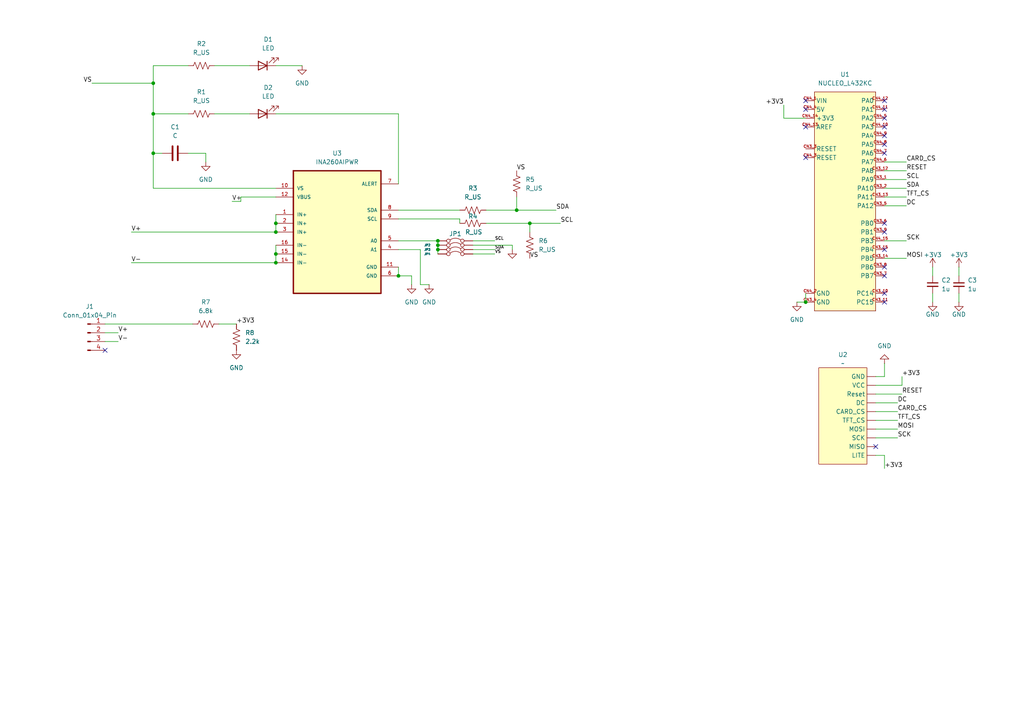
<source format=kicad_sch>
(kicad_sch (version 20231120) (generator "eeschema") (generator_version "8.0")
  (paper "A4")
  (lib_symbols
    (symbol "Connector:Conn_01x04_Pin" (pin_names (offset 1.016) hide)
      (property "Reference" "J" (at 0 5.08 0))
      (property "Value" "Conn_01x04_Pin" (at 0 -7.62 0))
      (symbol "Conn_01x04_Pin_1_1"
        (polyline (pts (xy 1.27 -5.08) (xy 0.8636 -5.08)) (stroke (width 0.1524)))
        (polyline (pts (xy 1.27 -2.54) (xy 0.8636 -2.54)) (stroke (width 0.1524)))
        (polyline (pts (xy 1.27 0) (xy 0.8636 0)) (stroke (width 0.1524)))
        (polyline (pts (xy 1.27 2.54) (xy 0.8636 2.54)) (stroke (width 0.1524)))
        (rectangle (start 0.8636 -4.953) (end 0 -5.207) (stroke (width 0.1524)) (fill (type outline)))
        (rectangle (start 0.8636 -2.413) (end 0 -2.667) (stroke (width 0.1524)) (fill (type outline)))
        (rectangle (start 0.8636 0.127) (end 0 -0.127) (stroke (width 0.1524)) (fill (type outline)))
        (rectangle (start 0.8636 2.667) (end 0 2.413) (stroke (width 0.1524)) (fill (type outline)))
        (pin passive line (at 5.08 2.54 180) (length 3.81) (name "Pin_1") (number "1"))
        (pin passive line (at 5.08 0 180) (length 3.81) (name "Pin_2") (number "2"))
        (pin passive line (at 5.08 -2.54 180) (length 3.81) (name "Pin_3") (number "3"))
        (pin passive line (at 5.08 -5.08 180) (length 3.81) (name "Pin_4") (number "4"))
      )
    )
    (symbol "Device:C" (pin_numbers hide) (pin_names (offset 0.254))
      (property "Reference" "C" (at 0.635 2.54 0))
      (property "Value" "C" (at 0.635 -2.54 0))
      (symbol "C_0_1"
        (polyline (pts (xy -2.032 -0.762) (xy 2.032 -0.762)) (stroke (width 0.508)))
        (polyline (pts (xy -2.032 0.762) (xy 2.032 0.762)) (stroke (width 0.508)))
      )
      (symbol "C_1_1"
        (pin passive line (at 0 3.81 270) (length 2.794) (name "~") (number "1"))
        (pin passive line (at 0 -3.81 90) (length 2.794) (name "~") (number "2"))
      )
    )
    (symbol "Device:C_Small" (pin_numbers hide) (pin_names (offset 0.254) hide)
      (property "Reference" "C" (at 0.254 1.778 0))
      (property "Value" "C_Small" (at 0.254 -2.032 0))
      (symbol "C_Small_0_1"
        (polyline (pts (xy -1.524 -0.508) (xy 1.524 -0.508)) (stroke (width 0.3302)))
        (polyline (pts (xy -1.524 0.508) (xy 1.524 0.508)) (stroke (width 0.3048)))
      )
      (symbol "C_Small_1_1"
        (pin passive line (at 0 2.54 270) (length 2.032) (name "~") (number "1"))
        (pin passive line (at 0 -2.54 90) (length 2.032) (name "~") (number "2"))
      )
    )
    (symbol "Device:LED" (pin_numbers hide) (pin_names (offset 1.016) hide)
      (property "Reference" "D" (at 0 2.54 0))
      (property "Value" "LED" (at 0 -2.54 0))
      (symbol "LED_0_1"
        (polyline (pts (xy -1.27 -1.27) (xy -1.27 1.27)) (stroke (width 0.254)))
        (polyline (pts (xy -1.27 0) (xy 1.27 0)))
        (polyline (pts (xy 1.27 -1.27) (xy 1.27 1.27) (xy -1.27 0) (xy 1.27 -1.27)) (stroke (width 0.254)))
        (polyline (pts (xy -3.048 -0.762) (xy -4.572 -2.286) (xy -3.81 -2.286) (xy -4.572 -2.286) (xy -4.572 -1.524)))
        (polyline (pts (xy -1.778 -0.762) (xy -3.302 -2.286) (xy -2.54 -2.286) (xy -3.302 -2.286) (xy -3.302 -1.524)))
      )
      (symbol "LED_1_1"
        (pin passive line (at -3.81 0 0) (length 2.54) (name "K") (number "1"))
        (pin passive line (at 3.81 0 180) (length 2.54) (name "A") (number "2"))
      )
    )
    (symbol "Device:R_US" (pin_numbers hide) (pin_names (offset 0))
      (property "Reference" "R" (at 2.54 0 90))
      (property "Value" "R_US" (at -2.54 0 90))
      (symbol "R_US_0_1"
        (polyline (pts (xy 0 -2.286) (xy 0 -2.54)))
        (polyline (pts (xy 0 2.286) (xy 0 2.54)))
        (polyline (pts (xy 0 -0.762) (xy 1.016 -1.143) (xy 0 -1.524) (xy -1.016 -1.905) (xy 0 -2.286)))
        (polyline (pts (xy 0 0.762) (xy 1.016 0.381) (xy 0 0) (xy -1.016 -0.381) (xy 0 -0.762)))
        (polyline (pts (xy 0 2.286) (xy 1.016 1.905) (xy 0 1.524) (xy -1.016 1.143) (xy 0 0.762)))
      )
      (symbol "R_US_1_1"
        (pin passive line (at 0 3.81 270) (length 1.27) (name "~") (number "1"))
        (pin passive line (at 0 -3.81 90) (length 1.27) (name "~") (number "2"))
      )
    )
    (symbol "Imported:INA260AIPWR" (pin_names (offset 1.016))
      (property "Reference" "U" (at -12.7 18.78 0))
      (property "Value" "INA260AIPWR" (at -12.7 -21.78 0))
      (symbol "INA260AIPWR_0_0"
        (rectangle (start -12.7 -17.78) (end 12.7 17.78) (stroke (width 0.41)) (fill (type background)))
        (pin input line (at -17.78 5.08 0) (length 5.08) (name "IN+") (number "1"))
        (pin power_in line (at -17.78 12.7 0) (length 5.08) (name "VS") (number "10"))
        (pin power_in line (at 17.78 -10.16 180) (length 5.08) (name "GND") (number "11"))
        (pin input line (at -17.78 10.16 0) (length 5.08) (name "VBUS") (number "12"))
        (pin input line (at -17.78 -8.89 0) (length 5.08) (name "IN-") (number "14"))
        (pin input line (at -17.78 -6.35 0) (length 5.08) (name "IN-") (number "15"))
        (pin input line (at -17.78 -3.81 0) (length 5.08) (name "IN-") (number "16"))
        (pin input line (at -17.78 2.54 0) (length 5.08) (name "IN+") (number "2"))
        (pin input line (at -17.78 0 0) (length 5.08) (name "IN+") (number "3"))
        (pin input line (at 17.78 -5.08 180) (length 5.08) (name "A1") (number "4"))
        (pin input line (at 17.78 -2.54 180) (length 5.08) (name "A0") (number "5"))
        (pin power_in line (at 17.78 -12.7 180) (length 5.08) (name "GND") (number "6"))
        (pin output line (at 17.78 13.97 180) (length 5.08) (name "ALERT") (number "7"))
        (pin bidirectional line (at 17.78 6.35 180) (length 5.08) (name "SDA") (number "8"))
        (pin input line (at 17.78 3.81 180) (length 5.08) (name "SCL") (number "9"))
      )
    )
    (symbol "Imported:stm7735"
      (property "Reference" "U" (at 0 0 0))
      (symbol "stm7735_0_1"
        (rectangle (start 0 0) (end 13.97 -27.94) (fill (type background)))
      )
      (symbol "stm7735_1_1"
        (pin input line (at 16.51 -12.7 180) (length 2.54) (name "CARD_CS") (number ""))
        (pin input line (at 16.51 -10.16 180) (length 2.54) (name "DC") (number ""))
        (pin input line (at 16.51 -2.54 180) (length 2.54) (name "GND") (number ""))
        (pin input line (at 16.51 -25.4 180) (length 2.54) (name "LITE") (number ""))
        (pin input line (at 16.51 -22.86 180) (length 2.54) (name "MISO") (number ""))
        (pin input line (at 16.51 -17.78 180) (length 2.54) (name "MOSI") (number ""))
        (pin input line (at 16.51 -7.62 180) (length 2.54) (name "Reset") (number ""))
        (pin input line (at 16.51 -20.32 180) (length 2.54) (name "SCK") (number ""))
        (pin input line (at 16.51 -15.24 180) (length 2.54) (name "TFT_CS") (number ""))
        (pin input line (at 16.51 -5.08 180) (length 2.54) (name "VCC") (number ""))
      )
    )
    (symbol "Jumper:Jumper_2_Bridged" (pin_numbers hide) (pin_names (offset 0) hide) (exclude_from_sim yes)
      (property "Reference" "JP" (at 0 1.905 0))
      (property "Value" "Jumper_2_Bridged" (at 0 -2.54 0))
      (symbol "Jumper_2_Bridged_0_0"
        (circle (center -2.032 0) (radius 0.508))
        (circle (center 2.032 0) (radius 0.508))
      )
      (symbol "Jumper_2_Bridged_0_1"
        (arc (start 1.524 0.254) (mid 0 0.762) (end -1.524 0.254))
      )
      (symbol "Jumper_2_Bridged_1_1"
        (pin passive line (at -5.08 0 0) (length 2.54) (name "A") (number "1"))
        (pin passive line (at 5.08 0 180) (length 2.54) (name "B") (number "2"))
      )
    )
    (symbol "Power-Mon:NUCLEO_L43KC"
      (property "Reference" "U" (at -8.382 32.766 0))
      (property "Value" "NUCLEO_L432KC" (at 2.54 32.766 0))
      (symbol "NUCLEO_L43KC_1_0"
        (pin unspecified line (at 11.43 6.35 180) (length 2.54) (name "PA9") (number "CN3_1"))
        (pin unspecified line (at 11.43 -26.67 180) (length 2.54) (name "PC14") (number "CN3_10"))
        (pin unspecified line (at 11.43 -29.21 180) (length 2.54) (name "PC15") (number "CN3_11"))
        (pin unspecified line (at 11.43 8.89 180) (length 2.54) (name "PA8") (number "CN3_12"))
        (pin unspecified line (at 11.43 1.27 180) (length 2.54) (name "PA11") (number "CN3_13"))
        (pin unspecified line (at 11.43 -16.51 180) (length 2.54) (name "PB5") (number "CN3_14"))
        (pin unspecified line (at 11.43 -13.97 180) (length 2.54) (name "PB4") (number "CN3_15"))
        (pin unspecified line (at 11.43 3.81 180) (length 2.54) (name "PA10") (number "CN3_2"))
        (pin unspecified line (at -11.43 15.24 0) (length 2.54) (name "RESET") (number "CN3_3"))
        (pin unspecified line (at -11.43 -29.21 0) (length 2.54) (name "GND") (number "CN3_4"))
        (pin unspecified line (at 11.43 -1.27 180) (length 2.54) (name "PA12") (number "CN3_5"))
        (pin unspecified line (at 11.43 -6.35 180) (length 2.54) (name "PB0") (number "CN3_6"))
        (pin unspecified line (at 11.43 -21.59 180) (length 2.54) (name "PB7") (number "CN3_7"))
        (pin unspecified line (at 11.43 -19.05 180) (length 2.54) (name "PB6") (number "CN3_8"))
        (pin unspecified line (at 11.43 -8.89 180) (length 2.54) (name "PB1") (number "CN3_9"))
        (pin unspecified line (at -11.43 29.21 0) (length 2.54) (name "VIN") (number "CN4_1"))
        (pin unspecified line (at 11.43 21.59 180) (length 2.54) (name "PA3") (number "CN4_10"))
        (pin unspecified line (at 11.43 26.67 180) (length 2.54) (name "PA1") (number "CN4_11"))
        (pin unspecified line (at 11.43 29.21 180) (length 2.54) (name "PA0") (number "CN4_12"))
        (pin unspecified line (at -11.43 21.59 0) (length 2.54) (name "AREF") (number "CN4_13"))
        (pin unspecified line (at -11.43 24.13 0) (length 2.54) (name "+3V3") (number "CN4_14"))
        (pin unspecified line (at 11.43 -11.43 180) (length 2.54) (name "PB3") (number "CN4_15"))
        (pin unspecified line (at -11.43 -26.67 0) (length 2.54) (name "GND") (number "CN4_2"))
        (pin unspecified line (at -11.43 12.7 0) (length 2.54) (name "RESET") (number "CN4_3"))
        (pin unspecified line (at -11.43 26.67 0) (length 2.54) (name "5V") (number "CN4_4"))
        (pin unspecified line (at 11.43 24.13 180) (length 2.54) (name "PA2") (number "CN4_5"))
        (pin unspecified line (at 11.43 11.43 180) (length 2.54) (name "PA7") (number "CN4_6"))
        (pin unspecified line (at 11.43 13.97 180) (length 2.54) (name "PA6") (number "CN4_7"))
        (pin unspecified line (at 11.43 16.51 180) (length 2.54) (name "PA5") (number "CN4_8"))
        (pin unspecified line (at 11.43 19.05 180) (length 2.54) (name "PA4") (number "CN4_9"))
      )
      (symbol "NUCLEO_L43KC_1_1"
        (rectangle (start -8.89 31.75) (end 8.89 -31.75) (fill (type background)))
      )
    )
    (symbol "power:+3V3" (power) (pin_numbers hide) (pin_names (offset 0) hide)
      (property "Value" "+3V3" (at 0 3.556 0))
      (symbol "+3V3_0_1"
        (polyline (pts (xy -0.762 1.27) (xy 0 2.54)))
        (polyline (pts (xy 0 0) (xy 0 2.54)))
        (polyline (pts (xy 0 2.54) (xy 0.762 1.27)))
      )
      (symbol "+3V3_1_1"
        (pin power_in line (at 0 0 90) (length 0) (name "~") (number "1"))
      )
    )
    (symbol "power:GND" (power) (pin_numbers hide) (pin_names (offset 0) hide)
      (property "Value" "GND" (at 0 -3.81 0))
      (symbol "GND_0_1"
        (polyline (pts (xy 0 0) (xy 0 -1.27) (xy 1.27 -1.27) (xy 0 -2.54) (xy -1.27 -1.27) (xy 0 -1.27)))
      )
      (symbol "GND_1_1"
        (pin power_in line (at 0 0 270) (length 0) (name "~") (number "1"))
      )
    )
  )
  (junction (at 127 72.39))
  (junction (at 80.01 73.66))
  (junction (at 80.01 76.2))
  (junction (at 80.01 67.31))
  (junction (at 80.01 64.77))
  (junction (at 44.45 44.45))
  (junction (at 153.67 64.77))
  (junction (at 149.86 60.96))
  (junction (at 44.45 24.13))
  (junction (at 233.68 87.63))
  (junction (at 44.45 33.02))
  (junction (at 127 69.85))
  (junction (at 127 71.12))
  (junction (at 115.57 80.01))
  (no_connect (at 256.54 29.21))
  (no_connect (at 233.68 45.72))
  (no_connect (at 256.54 72.39))
  (no_connect (at 233.68 29.21))
  (no_connect (at 233.68 31.75))
  (no_connect (at 256.54 41.91))
  (no_connect (at 30.48 101.6))
  (no_connect (at 256.54 64.77))
  (no_connect (at 254 129.54))
  (no_connect (at 256.54 85.09))
  (no_connect (at 233.68 36.83))
  (no_connect (at 256.54 67.31))
  (no_connect (at 256.54 44.45))
  (no_connect (at 256.54 77.47))
  (no_connect (at 256.54 31.75))
  (no_connect (at 256.54 34.29))
  (no_connect (at 256.54 39.37))
  (no_connect (at 256.54 80.01))
  (no_connect (at 256.54 36.83))
  (no_connect (at 256.54 87.63))
  (wire (pts (xy 44.45 44.45) (xy 44.45 54.61)))
  (wire (pts (xy 80.01 73.66) (xy 80.01 76.2)))
  (wire (pts (xy 121.92 82.55) (xy 124.46 82.55)))
  (wire (pts (xy 256.54 57.15) (xy 262.89 57.15)))
  (wire (pts (xy 44.45 19.05) (xy 44.45 24.13)))
  (wire (pts (xy 59.69 46.99) (xy 59.69 44.45)))
  (wire (pts (xy 115.57 80.01) (xy 119.38 80.01)))
  (wire (pts (xy 44.45 33.02) (xy 54.61 33.02)))
  (wire (pts (xy 261.62 109.22) (xy 261.62 111.76)))
  (wire (pts (xy 59.69 44.45) (xy 54.61 44.45)))
  (wire (pts (xy 254 109.22) (xy 256.54 109.22)))
  (wire (pts (xy 227.33 30.48) (xy 227.33 34.29)))
  (wire (pts (xy 278.13 85.09) (xy 278.13 87.63)))
  (wire (pts (xy 63.5 93.98) (xy 68.58 93.98)))
  (wire (pts (xy 256.54 74.93) (xy 262.89 74.93)))
  (wire (pts (xy 44.45 44.45) (xy 46.99 44.45)))
  (wire (pts (xy 256.54 46.99) (xy 262.89 46.99)))
  (wire (pts (xy 256.54 49.53) (xy 262.89 49.53)))
  (wire (pts (xy 148.59 71.12) (xy 148.59 72.39)))
  (wire (pts (xy 153.67 64.77) (xy 153.67 67.31)))
  (wire (pts (xy 256.54 132.08) (xy 256.54 135.89)))
  (wire (pts (xy 119.38 80.01) (xy 119.38 82.55)))
  (wire (pts (xy 231.14 87.63) (xy 233.68 87.63)))
  (wire (pts (xy 38.1 76.2) (xy 80.01 76.2)))
  (wire (pts (xy 80.01 19.05) (xy 87.63 19.05)))
  (wire (pts (xy 233.68 34.29) (xy 227.33 34.29)))
  (wire (pts (xy 80.01 54.61) (xy 44.45 54.61)))
  (wire (pts (xy 115.57 63.5) (xy 133.35 63.5)))
  (wire (pts (xy 38.1 67.31) (xy 80.01 67.31)))
  (wire (pts (xy 149.86 57.15) (xy 149.86 60.96)))
  (wire (pts (xy 149.86 60.96) (xy 161.29 60.96)))
  (wire (pts (xy 44.45 24.13) (xy 44.45 33.02)))
  (wire (pts (xy 256.54 52.07) (xy 262.89 52.07)))
  (wire (pts (xy 127 69.85) (xy 127 71.12)))
  (wire (pts (xy 256.54 69.85) (xy 262.89 69.85)))
  (wire (pts (xy 256.54 105.41) (xy 256.54 109.22)))
  (wire (pts (xy 115.57 77.47) (xy 115.57 80.01)))
  (wire (pts (xy 254 119.38) (xy 260.35 119.38)))
  (wire (pts (xy 137.16 71.12) (xy 148.59 71.12)))
  (wire (pts (xy 80.01 64.77) (xy 80.01 67.31)))
  (wire (pts (xy 233.68 85.09) (xy 233.68 87.63)))
  (wire (pts (xy 80.01 57.15) (xy 69.85 57.15)))
  (wire (pts (xy 133.35 63.5) (xy 133.35 64.77)))
  (wire (pts (xy 80.01 62.23) (xy 80.01 64.77)))
  (wire (pts (xy 62.23 33.02) (xy 72.39 33.02)))
  (wire (pts (xy 127 71.12) (xy 127 72.39)))
  (wire (pts (xy 254 116.84) (xy 260.35 116.84)))
  (wire (pts (xy 30.48 99.06) (xy 34.29 99.06)))
  (wire (pts (xy 80.01 71.12) (xy 80.01 73.66)))
  (wire (pts (xy 115.57 69.85) (xy 127 69.85)))
  (wire (pts (xy 44.45 19.05) (xy 54.61 19.05)))
  (wire (pts (xy 256.54 59.69) (xy 262.89 59.69)))
  (wire (pts (xy 115.57 60.96) (xy 133.35 60.96)))
  (wire (pts (xy 137.16 73.66) (xy 143.51 73.66)))
  (wire (pts (xy 254 127) (xy 260.35 127)))
  (wire (pts (xy 278.13 77.47) (xy 278.13 80.01)))
  (wire (pts (xy 254 132.08) (xy 256.54 132.08)))
  (wire (pts (xy 26.67 24.13) (xy 44.45 24.13)))
  (wire (pts (xy 254 111.76) (xy 261.62 111.76)))
  (wire (pts (xy 270.51 77.47) (xy 270.51 80.01)))
  (wire (pts (xy 30.48 96.52) (xy 34.29 96.52)))
  (wire (pts (xy 69.85 57.15) (xy 69.85 58.42)))
  (wire (pts (xy 127 72.39) (xy 127 73.66)))
  (wire (pts (xy 270.51 85.09) (xy 270.51 87.63)))
  (wire (pts (xy 67.31 58.42) (xy 69.85 58.42)))
  (wire (pts (xy 256.54 54.61) (xy 262.89 54.61)))
  (wire (pts (xy 115.57 33.02) (xy 115.57 53.34)))
  (wire (pts (xy 80.01 33.02) (xy 115.57 33.02)))
  (wire (pts (xy 62.23 19.05) (xy 72.39 19.05)))
  (wire (pts (xy 254 124.46) (xy 260.35 124.46)))
  (wire (pts (xy 140.97 60.96) (xy 149.86 60.96)))
  (wire (pts (xy 140.97 64.77) (xy 153.67 64.77)))
  (wire (pts (xy 115.57 72.39) (xy 121.92 72.39)))
  (wire (pts (xy 137.16 69.85) (xy 143.51 69.85)))
  (wire (pts (xy 254 114.3) (xy 261.62 114.3)))
  (wire (pts (xy 30.48 93.98) (xy 55.88 93.98)))
  (wire (pts (xy 137.16 72.39) (xy 143.51 72.39)))
  (wire (pts (xy 153.67 64.77) (xy 162.56 64.77)))
  (wire (pts (xy 121.92 72.39) (xy 121.92 82.55)))
  (wire (pts (xy 254 121.92) (xy 260.35 121.92)))
  (wire (pts (xy 44.45 33.02) (xy 44.45 44.45)))
  (label "SCK" (at 260.35 127 0))
  (label "CARD_CS" (at 260.35 119.38 0))
  (label "CARD_CS" (at 262.89 46.99 0))
  (label "VS" (at 153.67 74.93 0))
  (label "MOSI" (at 262.89 74.93 0))
  (label "SDA" (at 143.51 72.39 0) (effects (font (size 0.889 0.889))))
  (label "SDA" (at 262.89 54.61 0))
  (label "+3V3" (at 256.54 135.89 0))
  (label "+3V3" (at 261.62 109.22 0))
  (label "+3V3" (at 227.33 30.48 180))
  (label "SCL" (at 143.51 69.85 0) (effects (font (size 0.889 0.889))))
  (label "V+" (at 67.31 58.42 0))
  (label "SDA" (at 161.29 60.96 0))
  (label "V+" (at 38.1 67.31 0))
  (label "V+" (at 34.29 96.52 0))
  (label "VS" (at 149.86 49.53 0))
  (label "SCL" (at 162.56 64.77 0))
  (label "TFT_CS" (at 260.35 121.92 0))
  (label "VS" (at 26.67 24.13 180))
  (label "RESET" (at 262.89 49.53 0))
  (label "TFT_CS" (at 262.89 57.15 0))
  (label "RESET" (at 261.62 114.3 0))
  (label "V-" (at 34.29 99.06 0))
  (label "+3V3" (at 68.58 93.98 0))
  (label "VS" (at 143.51 73.66 0) (effects (font (size 0.889 0.889))))
  (label "DC" (at 260.35 116.84 0))
  (label "SCL" (at 262.89 52.07 0))
  (label "DC" (at 262.89 59.69 0))
  (label "SCK" (at 262.89 69.85 0))
  (label "V-" (at 38.1 76.2 0))
  (label "MOSI" (at 260.35 124.46 0))
  (symbol (lib_id "Device:R_US") (at 153.67 71.12 0) (unit 1)
    (property "Reference" "R6" (at 156.21 69.8499 0) (effects (justify left)))
    (property "Value" "R_US" (at 156.21 72.3899 0) (effects (justify left)))
    (property "Description" "Resistor, US symbol" (effects (hide yes)))
  )
  (symbol (lib_id "Device:LED") (at 76.2 19.05 180) (unit 1)
    (property "Reference" "D1" (at 77.7875 11.43 0))
    (property "Value" "LED" (at 77.7875 13.97 0))
    (property "Description" "Light emitting diode" (effects (hide yes)))
  )
  (symbol (lib_id "Imported:stm7735") (at 237.49 106.68 0) (unit 1)
    (property "Reference" "U2" (at 244.475 102.87 0))
    (property "Value" "~" (at 244.475 105.41 0))
  )
  (symbol (lib_id "power:GND") (at 231.14 87.63 0) (unit 1)
    (property "Reference" "#PWR07" (effects (hide yes)))
    (property "Value" "GND" (at 231.14 92.71 0))
    (property "Description" "Power symbol creates a global label with name \"GND\" , ground" (effects (hide yes)))
  )
  (symbol (lib_id "Imported:INA260AIPWR") (at 97.79 67.31 0) (unit 1)
    (property "Reference" "U3" (at 97.79 44.45 0))
    (property "Value" "INA260AIPWR" (at 97.79 46.99 0))
    (property "MF" "Texas Instruments" (effects (hide yes)))
    (property "Description_1" "\n                        \n                            36V, 16-bit, precision i2c output current/voltage/power monitor w/ int. shunt resistor\n                        \n" (effects (hide yes)))
    (property "MP" "INA260AIPWR" (effects (hide yes)))
  )
  (symbol (lib_id "power:GND") (at 119.38 82.55 0) (unit 1)
    (property "Reference" "#PWR03" (effects (hide yes)))
    (property "Value" "GND" (at 119.38 87.63 0))
    (property "Description" "Power symbol creates a global label with name \"GND\" , ground" (effects (hide yes)))
  )
  (symbol (lib_id "Jumper:Jumper_2_Bridged") (at 132.08 69.85 0) (unit 1) (exclude_from_sim yes)
    (property "Reference" "JP1" (at 132.08 67.818 0))
    (property "Value" "Jumper_2_Bridged" (effects (hide yes)))
    (property "Description" "Jumper, 2-pole, closed/bridged" (effects (hide yes)))
  )
  (symbol (lib_id "power:GND") (at 124.46 82.55 0) (unit 1)
    (property "Reference" "#PWR05" (effects (hide yes)))
    (property "Value" "GND" (at 124.46 87.63 0))
    (property "Description" "Power symbol creates a global label with name \"GND\" , ground" (effects (hide yes)))
  )
  (symbol (lib_id "Power-Mon:NUCLEO_L43KC") (at 245.11 58.42 0) (unit 1)
    (property "Reference" "U1" (at 245.11 21.59 0))
    (property "Value" "NUCLEO_L432KC" (at 245.11 24.13 0))
  )
  (symbol (lib_id "Jumper:Jumper_2_Bridged") (at 132.08 72.39 0) (unit 1) (exclude_from_sim yes)
    (property "Reference" "JP3" (at 123.952 72.39 0) (effects (font (size 0.635 0.635))))
    (property "Value" "Jumper_2_Bridged" (effects (hide yes)))
    (property "Description" "Jumper, 2-pole, closed/bridged" (effects (hide yes)))
  )
  (symbol (lib_id "Device:C") (at 50.8 44.45 90) (unit 1)
    (property "Reference" "C1" (at 50.8 36.83 90))
    (property "Value" "C" (at 50.8 39.37 90))
    (property "Description" "Unpolarized capacitor" (effects (hide yes)))
  )
  (symbol (lib_id "power:GND") (at 270.51 87.63 0) (unit 1)
    (property "Reference" "#PWR09" (effects (hide yes)))
    (property "Value" "GND" (at 270.51 91.186 0))
    (property "Description" "Power symbol creates a global label with name \"GND\" , ground" (effects (hide yes)))
  )
  (symbol (lib_id "power:+3V3") (at 270.51 77.47 0) (unit 1)
    (property "Reference" "#PWR08" (effects (hide yes)))
    (property "Value" "+3V3" (at 270.51 73.914 0))
    (property "Description" "Power symbol creates a global label with name \"+3V3\"" (effects (hide yes)))
  )
  (symbol (lib_id "power:GND") (at 278.13 87.63 0) (unit 1)
    (property "Reference" "#PWR011" (effects (hide yes)))
    (property "Value" "GND" (at 278.13 91.186 0))
    (property "Description" "Power symbol creates a global label with name \"GND\" , ground" (effects (hide yes)))
  )
  (symbol (lib_id "Device:R_US") (at 58.42 19.05 90) (unit 1)
    (property "Reference" "R2" (at 58.42 12.7 90))
    (property "Value" "R_US" (at 58.42 15.24 90))
    (property "Description" "Resistor, US symbol" (effects (hide yes)))
  )
  (symbol (lib_id "Device:R_US") (at 149.86 53.34 0) (unit 1)
    (property "Reference" "R5" (at 152.4 52.0699 0) (effects (justify left)))
    (property "Value" "R_US" (at 152.4 54.6099 0) (effects (justify left)))
    (property "Description" "Resistor, US symbol" (effects (hide yes)))
  )
  (symbol (lib_id "Device:C_Small") (at 270.51 82.55 0) (unit 1)
    (property "Reference" "C2" (at 273.05 81.2862 0) (effects (justify left)))
    (property "Value" "1u" (at 273.05 83.8262 0) (effects (justify left)))
    (property "Footprint" "Capacitor_SMD:C_0805_2012Metric" (effects (hide yes)))
    (property "Description" "Unpolarized capacitor, small symbol" (effects (hide yes)))
  )
  (symbol (lib_id "power:GND") (at 68.58 101.6 0) (unit 1)
    (property "Reference" "#PWR015" (effects (hide yes)))
    (property "Value" "GND" (at 68.58 106.68 0))
    (property "Description" "Power symbol creates a global label with name \"GND\" , ground" (effects (hide yes)))
  )
  (symbol (lib_id "Device:R_US") (at 137.16 64.77 90) (unit 1)
    (property "Reference" "R4" (at 137.16 62.738 90))
    (property "Value" "R_US" (at 137.414 67.31 90))
    (property "Description" "Resistor, US symbol" (effects (hide yes)))
  )
  (symbol (lib_id "Device:R_US") (at 58.42 33.02 90) (unit 1)
    (property "Reference" "R1" (at 58.42 26.67 90))
    (property "Value" "R_US" (at 58.42 29.21 90))
    (property "Description" "Resistor, US symbol" (effects (hide yes)))
  )
  (symbol (lib_id "Device:C_Small") (at 278.13 82.55 0) (unit 1)
    (property "Reference" "C3" (at 280.67 81.2862 0) (effects (justify left)))
    (property "Value" "1u" (at 280.67 83.8262 0) (effects (justify left)))
    (property "Footprint" "Capacitor_SMD:C_0805_2012Metric" (effects (hide yes)))
    (property "Description" "Unpolarized capacitor, small symbol" (effects (hide yes)))
  )
  (symbol (lib_id "Jumper:Jumper_2_Bridged") (at 132.08 71.12 0) (unit 1) (exclude_from_sim yes)
    (property "Reference" "JP2" (at 123.952 71.12 0) (effects (font (size 0.635 0.635))))
    (property "Value" "Jumper_2_Bridged" (effects (hide yes)))
    (property "Description" "Jumper, 2-pole, closed/bridged" (effects (hide yes)))
  )
  (symbol (lib_id "power:+3V3") (at 278.13 77.47 0) (unit 1)
    (property "Reference" "#PWR010" (effects (hide yes)))
    (property "Value" "+3V3" (at 278.13 73.914 0))
    (property "Description" "Power symbol creates a global label with name \"+3V3\"" (effects (hide yes)))
  )
  (symbol (lib_id "Device:R_US") (at 68.58 97.79 0) (unit 1)
    (property "Reference" "R8" (at 71.12 96.5199 0) (effects (justify left)))
    (property "Value" "2.2k" (at 71.12 99.0599 0) (effects (justify left)))
    (property "Description" "Resistor, US symbol" (effects (hide yes)))
  )
  (symbol (lib_id "power:GND") (at 87.63 19.05 0) (unit 1)
    (property "Reference" "#PWR02" (effects (hide yes)))
    (property "Value" "GND" (at 87.63 24.13 0))
    (property "Description" "Power symbol creates a global label with name \"GND\" , ground" (effects (hide yes)))
  )
  (symbol (lib_id "power:GND") (at 148.59 72.39 0) (unit 1)
    (property "Reference" "#PWR04" (effects (hide yes)))
    (property "Value" "GND" (effects (hide yes)))
    (property "Description" "Power symbol creates a global label with name \"GND\" , ground" (effects (hide yes)))
  )
  (symbol (lib_id "power:GND") (at 59.69 46.99 0) (unit 1)
    (property "Reference" "#PWR01" (effects (hide yes)))
    (property "Value" "GND" (at 59.69 52.07 0))
    (property "Description" "Power symbol creates a global label with name \"GND\" , ground" (effects (hide yes)))
  )
  (symbol (lib_id "Jumper:Jumper_2_Bridged") (at 132.08 73.66 0) (unit 1) (exclude_from_sim yes)
    (property "Reference" "JP4" (at 123.952 73.66 0) (effects (font (size 0.635 0.635))))
    (property "Value" "Jumper_2_Bridged" (effects (hide yes)))
    (property "Description" "Jumper, 2-pole, closed/bridged" (effects (hide yes)))
  )
  (symbol (lib_id "Connector:Conn_01x04_Pin") (at 25.4 96.52 0) (unit 1)
    (property "Reference" "J1" (at 26.035 88.9 0))
    (property "Value" "Conn_01x04_Pin" (at 26.035 91.44 0))
    (property "Description" "Generic connector, single row, 01x04, script generated" (effects (hide yes)))
  )
  (symbol (lib_id "Device:R_US") (at 137.16 60.96 90) (unit 1)
    (property "Reference" "R3" (at 137.16 54.61 90))
    (property "Value" "R_US" (at 137.16 57.15 90))
    (property "Description" "Resistor, US symbol" (effects (hide yes)))
  )
  (symbol (lib_id "Device:LED") (at 76.2 33.02 180) (unit 1)
    (property "Reference" "D2" (at 77.7875 25.4 0))
    (property "Value" "LED" (at 77.7875 27.94 0))
    (property "Description" "Light emitting diode" (effects (hide yes)))
  )
  (symbol (lib_id "Device:R_US") (at 59.69 93.98 90) (unit 1)
    (property "Reference" "R7" (at 59.69 87.63 90))
    (property "Value" "6.8k" (at 59.69 90.17 90))
    (property "Description" "Resistor, US symbol" (effects (hide yes)))
  )
  (symbol (lib_id "power:GND") (at 256.54 105.41 180) (unit 1)
    (property "Reference" "#PWR012" (effects (hide yes)))
    (property "Value" "GND" (at 256.54 100.33 0))
    (property "Description" "Power symbol creates a global label with name \"GND\" , ground" (effects (hide yes)))
  )
)
</source>
